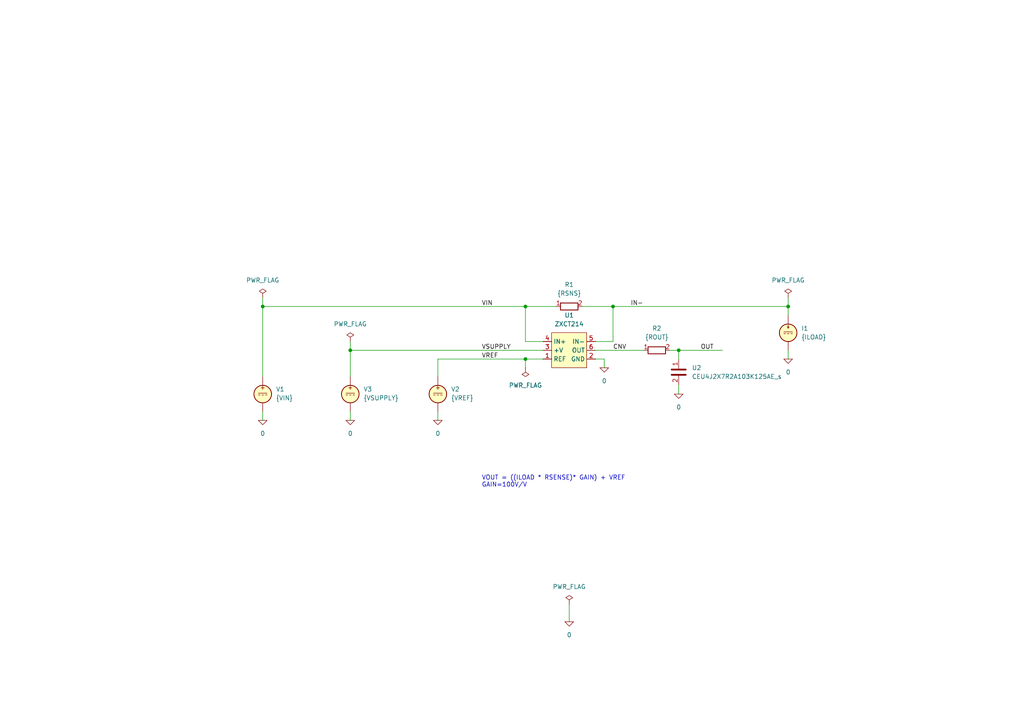
<source format=kicad_sch>
(kicad_sch
	(version 20250114)
	(generator "eeschema")
	(generator_version "9.0")
	(uuid "b10cda75-98ff-4126-971e-d9cdc59fc546")
	(paper "A4")
	(title_block
		(title "26V, Zero-Drift, High-Precision Current Monitor. 100V/V.")
		(date "2025-06-23")
		(rev "1")
		(company "astroelectronic@")
		(comment 1 "-")
		(comment 2 "-")
		(comment 3 "-")
		(comment 4 "AE01001214")
	)
	(lib_symbols
		(symbol "ZXCT214:0"
			(power)
			(pin_numbers
				(hide yes)
			)
			(pin_names
				(offset 0)
				(hide yes)
			)
			(exclude_from_sim no)
			(in_bom yes)
			(on_board yes)
			(property "Reference" "#GND"
				(at 0 -5.08 0)
				(effects
					(font
						(size 1.27 1.27)
					)
					(hide yes)
				)
			)
			(property "Value" "0"
				(at 0 -2.54 0)
				(effects
					(font
						(size 1.27 1.27)
					)
				)
			)
			(property "Footprint" ""
				(at 0 0 0)
				(effects
					(font
						(size 1.27 1.27)
					)
					(hide yes)
				)
			)
			(property "Datasheet" "https://ngspice.sourceforge.io/docs/ngspice-html-manual/manual.xhtml#subsec_Circuit_elements__device"
				(at 0 -10.16 0)
				(effects
					(font
						(size 1.27 1.27)
					)
					(hide yes)
				)
			)
			(property "Description" "0V reference potential for simulation"
				(at 0 -7.62 0)
				(effects
					(font
						(size 1.27 1.27)
					)
					(hide yes)
				)
			)
			(property "ki_keywords" "simulation"
				(at 0 0 0)
				(effects
					(font
						(size 1.27 1.27)
					)
					(hide yes)
				)
			)
			(symbol "0_0_1"
				(polyline
					(pts
						(xy -1.27 0) (xy 0 -1.27) (xy 1.27 0) (xy -1.27 0)
					)
					(stroke
						(width 0)
						(type default)
					)
					(fill
						(type none)
					)
				)
			)
			(symbol "0_1_1"
				(pin power_in line
					(at 0 0 0)
					(length 0)
					(name "~"
						(effects
							(font
								(size 1.016 1.016)
							)
						)
					)
					(number "1"
						(effects
							(font
								(size 1.016 1.016)
							)
						)
					)
				)
			)
			(embedded_fonts no)
		)
		(symbol "ZXCT214:C"
			(pin_names
				(offset 0.254)
				(hide yes)
			)
			(exclude_from_sim no)
			(in_bom yes)
			(on_board yes)
			(property "Reference" "C"
				(at 0.635 2.54 0)
				(effects
					(font
						(size 1.27 1.27)
					)
					(justify left)
				)
			)
			(property "Value" "C"
				(at 0.635 -2.54 0)
				(effects
					(font
						(size 1.27 1.27)
					)
					(justify left)
				)
			)
			(property "Footprint" ""
				(at 0.9652 -3.81 0)
				(effects
					(font
						(size 1.27 1.27)
					)
					(hide yes)
				)
			)
			(property "Datasheet" "~"
				(at 0 0 0)
				(effects
					(font
						(size 1.27 1.27)
					)
					(hide yes)
				)
			)
			(property "Description" "Unpolarized capacitor"
				(at 0 0 0)
				(effects
					(font
						(size 1.27 1.27)
					)
					(hide yes)
				)
			)
			(property "ki_keywords" "cap capacitor"
				(at 0 0 0)
				(effects
					(font
						(size 1.27 1.27)
					)
					(hide yes)
				)
			)
			(property "ki_fp_filters" "C_*"
				(at 0 0 0)
				(effects
					(font
						(size 1.27 1.27)
					)
					(hide yes)
				)
			)
			(symbol "C_0_1"
				(polyline
					(pts
						(xy -2.032 0.762) (xy 2.032 0.762)
					)
					(stroke
						(width 0.508)
						(type default)
					)
					(fill
						(type none)
					)
				)
				(polyline
					(pts
						(xy -2.032 -0.762) (xy 2.032 -0.762)
					)
					(stroke
						(width 0.508)
						(type default)
					)
					(fill
						(type none)
					)
				)
			)
			(symbol "C_1_1"
				(pin passive line
					(at 0 3.81 270)
					(length 2.794)
					(name "~"
						(effects
							(font
								(size 1.27 1.27)
							)
						)
					)
					(number "1"
						(effects
							(font
								(size 1.27 1.27)
							)
						)
					)
				)
				(pin passive line
					(at 0 -3.81 90)
					(length 2.794)
					(name "~"
						(effects
							(font
								(size 1.27 1.27)
							)
						)
					)
					(number "2"
						(effects
							(font
								(size 1.27 1.27)
							)
						)
					)
				)
			)
			(embedded_fonts no)
		)
		(symbol "ZXCT214:IDC"
			(pin_numbers
				(hide yes)
			)
			(pin_names
				(offset 0.0254)
			)
			(exclude_from_sim no)
			(in_bom yes)
			(on_board yes)
			(property "Reference" "I"
				(at 2.54 2.54 0)
				(effects
					(font
						(size 1.27 1.27)
					)
					(justify left)
				)
			)
			(property "Value" "1"
				(at 2.54 0 0)
				(effects
					(font
						(size 1.27 1.27)
					)
					(justify left)
				)
			)
			(property "Footprint" ""
				(at 0 0 0)
				(effects
					(font
						(size 1.27 1.27)
					)
					(hide yes)
				)
			)
			(property "Datasheet" "https://ngspice.sourceforge.io/docs/ngspice-html-manual/manual.xhtml#sec_Independent_Sources_for"
				(at 0 0 0)
				(effects
					(font
						(size 1.27 1.27)
					)
					(hide yes)
				)
			)
			(property "Description" "Current source, DC"
				(at 0 0 0)
				(effects
					(font
						(size 1.27 1.27)
					)
					(hide yes)
				)
			)
			(property "Sim.Pins" "1=+ 2=-"
				(at 0 0 0)
				(effects
					(font
						(size 1.27 1.27)
					)
					(hide yes)
				)
			)
			(property "Sim.Type" "DC"
				(at 0 0 0)
				(effects
					(font
						(size 1.27 1.27)
					)
					(hide yes)
				)
			)
			(property "Sim.Device" "I"
				(at 0 0 0)
				(effects
					(font
						(size 1.27 1.27)
					)
					(hide yes)
				)
			)
			(property "ki_keywords" "simulation"
				(at 0 0 0)
				(effects
					(font
						(size 1.27 1.27)
					)
					(hide yes)
				)
			)
			(symbol "IDC_0_0"
				(polyline
					(pts
						(xy -1.27 0.254) (xy 1.27 0.254)
					)
					(stroke
						(width 0)
						(type default)
					)
					(fill
						(type none)
					)
				)
				(polyline
					(pts
						(xy -0.762 -0.254) (xy -1.27 -0.254)
					)
					(stroke
						(width 0)
						(type default)
					)
					(fill
						(type none)
					)
				)
				(polyline
					(pts
						(xy 0.254 -0.254) (xy -0.254 -0.254)
					)
					(stroke
						(width 0)
						(type default)
					)
					(fill
						(type none)
					)
				)
				(polyline
					(pts
						(xy 1.27 -0.254) (xy 0.762 -0.254)
					)
					(stroke
						(width 0)
						(type default)
					)
					(fill
						(type none)
					)
				)
			)
			(symbol "IDC_0_1"
				(polyline
					(pts
						(xy -0.254 1.778) (xy 0 1.27) (xy 0.254 1.778)
					)
					(stroke
						(width 0)
						(type default)
					)
					(fill
						(type none)
					)
				)
				(polyline
					(pts
						(xy 0 1.27) (xy 0 2.286)
					)
					(stroke
						(width 0)
						(type default)
					)
					(fill
						(type none)
					)
				)
				(circle
					(center 0 0)
					(radius 2.54)
					(stroke
						(width 0.254)
						(type default)
					)
					(fill
						(type background)
					)
				)
			)
			(symbol "IDC_1_1"
				(pin passive line
					(at 0 5.08 270)
					(length 2.54)
					(name "~"
						(effects
							(font
								(size 1.27 1.27)
							)
						)
					)
					(number "1"
						(effects
							(font
								(size 1.27 1.27)
							)
						)
					)
				)
				(pin passive line
					(at 0 -5.08 90)
					(length 2.54)
					(name "~"
						(effects
							(font
								(size 1.27 1.27)
							)
						)
					)
					(number "2"
						(effects
							(font
								(size 1.27 1.27)
							)
						)
					)
				)
			)
			(embedded_fonts no)
		)
		(symbol "ZXCT214:PWR_FLAG"
			(power)
			(pin_numbers
				(hide yes)
			)
			(pin_names
				(offset 0)
				(hide yes)
			)
			(exclude_from_sim no)
			(in_bom yes)
			(on_board yes)
			(property "Reference" "#FLG"
				(at 0 1.905 0)
				(effects
					(font
						(size 1.27 1.27)
					)
					(hide yes)
				)
			)
			(property "Value" "PWR_FLAG"
				(at 0 3.81 0)
				(effects
					(font
						(size 1.27 1.27)
					)
				)
			)
			(property "Footprint" ""
				(at 0 0 0)
				(effects
					(font
						(size 1.27 1.27)
					)
					(hide yes)
				)
			)
			(property "Datasheet" "~"
				(at 0 0 0)
				(effects
					(font
						(size 1.27 1.27)
					)
					(hide yes)
				)
			)
			(property "Description" "Special symbol for telling ERC where power comes from"
				(at 0 0 0)
				(effects
					(font
						(size 1.27 1.27)
					)
					(hide yes)
				)
			)
			(property "ki_keywords" "flag power"
				(at 0 0 0)
				(effects
					(font
						(size 1.27 1.27)
					)
					(hide yes)
				)
			)
			(symbol "PWR_FLAG_0_0"
				(pin power_out line
					(at 0 0 90)
					(length 0)
					(name "~"
						(effects
							(font
								(size 1.27 1.27)
							)
						)
					)
					(number "1"
						(effects
							(font
								(size 1.27 1.27)
							)
						)
					)
				)
			)
			(symbol "PWR_FLAG_0_1"
				(polyline
					(pts
						(xy 0 0) (xy 0 1.27) (xy -1.016 1.905) (xy 0 2.54) (xy 1.016 1.905) (xy 0 1.27)
					)
					(stroke
						(width 0)
						(type default)
					)
					(fill
						(type none)
					)
				)
			)
			(embedded_fonts no)
		)
		(symbol "ZXCT214:R"
			(pin_names
				(offset 0)
				(hide yes)
			)
			(exclude_from_sim no)
			(in_bom yes)
			(on_board yes)
			(property "Reference" "R"
				(at 2.032 0 90)
				(effects
					(font
						(size 1.27 1.27)
					)
				)
			)
			(property "Value" "R"
				(at 0 0 90)
				(effects
					(font
						(size 1.27 1.27)
					)
				)
			)
			(property "Footprint" ""
				(at -1.778 0 90)
				(effects
					(font
						(size 1.27 1.27)
					)
					(hide yes)
				)
			)
			(property "Datasheet" "~"
				(at 0 0 0)
				(effects
					(font
						(size 1.27 1.27)
					)
					(hide yes)
				)
			)
			(property "Description" "Resistor"
				(at 0 0 0)
				(effects
					(font
						(size 1.27 1.27)
					)
					(hide yes)
				)
			)
			(property "ki_keywords" "R res resistor"
				(at 0 0 0)
				(effects
					(font
						(size 1.27 1.27)
					)
					(hide yes)
				)
			)
			(property "ki_fp_filters" "R_*"
				(at 0 0 0)
				(effects
					(font
						(size 1.27 1.27)
					)
					(hide yes)
				)
			)
			(symbol "R_0_1"
				(rectangle
					(start -1.016 -2.54)
					(end 1.016 2.54)
					(stroke
						(width 0.254)
						(type default)
					)
					(fill
						(type none)
					)
				)
			)
			(symbol "R_1_1"
				(pin passive line
					(at 0 3.81 270)
					(length 1.27)
					(name "~"
						(effects
							(font
								(size 1.27 1.27)
							)
						)
					)
					(number "1"
						(effects
							(font
								(size 1.27 1.27)
							)
						)
					)
				)
				(pin passive line
					(at 0 -3.81 90)
					(length 1.27)
					(name "~"
						(effects
							(font
								(size 1.27 1.27)
							)
						)
					)
					(number "2"
						(effects
							(font
								(size 1.27 1.27)
							)
						)
					)
				)
			)
			(embedded_fonts no)
		)
		(symbol "ZXCT214:VDC"
			(pin_numbers
				(hide yes)
			)
			(pin_names
				(offset 0.0254)
			)
			(exclude_from_sim no)
			(in_bom yes)
			(on_board yes)
			(property "Reference" "V"
				(at 2.54 2.54 0)
				(effects
					(font
						(size 1.27 1.27)
					)
					(justify left)
				)
			)
			(property "Value" "1"
				(at 2.54 0 0)
				(effects
					(font
						(size 1.27 1.27)
					)
					(justify left)
				)
			)
			(property "Footprint" ""
				(at 0 0 0)
				(effects
					(font
						(size 1.27 1.27)
					)
					(hide yes)
				)
			)
			(property "Datasheet" "https://ngspice.sourceforge.io/docs/ngspice-html-manual/manual.xhtml#sec_Independent_Sources_for"
				(at 0 0 0)
				(effects
					(font
						(size 1.27 1.27)
					)
					(hide yes)
				)
			)
			(property "Description" "Voltage source, DC"
				(at 0 0 0)
				(effects
					(font
						(size 1.27 1.27)
					)
					(hide yes)
				)
			)
			(property "Sim.Pins" "1=+ 2=-"
				(at 0 0 0)
				(effects
					(font
						(size 1.27 1.27)
					)
					(hide yes)
				)
			)
			(property "Sim.Type" "DC"
				(at 0 0 0)
				(effects
					(font
						(size 1.27 1.27)
					)
					(hide yes)
				)
			)
			(property "Sim.Device" "V"
				(at 0 0 0)
				(effects
					(font
						(size 1.27 1.27)
					)
					(justify left)
					(hide yes)
				)
			)
			(property "ki_keywords" "simulation"
				(at 0 0 0)
				(effects
					(font
						(size 1.27 1.27)
					)
					(hide yes)
				)
			)
			(symbol "VDC_0_0"
				(polyline
					(pts
						(xy -1.27 0.254) (xy 1.27 0.254)
					)
					(stroke
						(width 0)
						(type default)
					)
					(fill
						(type none)
					)
				)
				(polyline
					(pts
						(xy -0.762 -0.254) (xy -1.27 -0.254)
					)
					(stroke
						(width 0)
						(type default)
					)
					(fill
						(type none)
					)
				)
				(polyline
					(pts
						(xy 0.254 -0.254) (xy -0.254 -0.254)
					)
					(stroke
						(width 0)
						(type default)
					)
					(fill
						(type none)
					)
				)
				(polyline
					(pts
						(xy 1.27 -0.254) (xy 0.762 -0.254)
					)
					(stroke
						(width 0)
						(type default)
					)
					(fill
						(type none)
					)
				)
				(text "+"
					(at 0 1.905 0)
					(effects
						(font
							(size 1.27 1.27)
						)
					)
				)
			)
			(symbol "VDC_0_1"
				(circle
					(center 0 0)
					(radius 2.54)
					(stroke
						(width 0.254)
						(type default)
					)
					(fill
						(type background)
					)
				)
			)
			(symbol "VDC_1_1"
				(pin passive line
					(at 0 5.08 270)
					(length 2.54)
					(name "~"
						(effects
							(font
								(size 1.27 1.27)
							)
						)
					)
					(number "1"
						(effects
							(font
								(size 1.27 1.27)
							)
						)
					)
				)
				(pin passive line
					(at 0 -5.08 90)
					(length 2.54)
					(name "~"
						(effects
							(font
								(size 1.27 1.27)
							)
						)
					)
					(number "2"
						(effects
							(font
								(size 1.27 1.27)
							)
						)
					)
				)
			)
			(embedded_fonts no)
		)
		(symbol "ZXCT214:ZXCT214"
			(exclude_from_sim no)
			(in_bom yes)
			(on_board yes)
			(property "Reference" "U"
				(at 0 8.636 0)
				(effects
					(font
						(size 1.27 1.27)
					)
				)
			)
			(property "Value" "ZXCT214"
				(at 0 6.35 0)
				(effects
					(font
						(size 1.27 1.27)
					)
				)
			)
			(property "Footprint" ""
				(at 0 0 0)
				(effects
					(font
						(size 1.27 1.27)
					)
					(hide yes)
				)
			)
			(property "Datasheet" ""
				(at 0 0 0)
				(effects
					(font
						(size 1.27 1.27)
					)
					(hide yes)
				)
			)
			(property "Description" ""
				(at 0 0 0)
				(effects
					(font
						(size 1.27 1.27)
					)
					(hide yes)
				)
			)
			(symbol "ZXCT214_1_1"
				(rectangle
					(start -5.08 5.08)
					(end 5.08 -5.08)
					(stroke
						(width 0)
						(type solid)
					)
					(fill
						(type background)
					)
				)
				(pin passive line
					(at -7.62 2.54 0)
					(length 2.54)
					(name "IN+"
						(effects
							(font
								(size 1.27 1.27)
							)
						)
					)
					(number "4"
						(effects
							(font
								(size 1.27 1.27)
							)
						)
					)
				)
				(pin passive line
					(at -7.62 0 0)
					(length 2.54)
					(name "+V"
						(effects
							(font
								(size 1.27 1.27)
							)
						)
					)
					(number "3"
						(effects
							(font
								(size 1.27 1.27)
							)
						)
					)
				)
				(pin passive line
					(at -7.62 -2.54 0)
					(length 2.54)
					(name "REF"
						(effects
							(font
								(size 1.27 1.27)
							)
						)
					)
					(number "1"
						(effects
							(font
								(size 1.27 1.27)
							)
						)
					)
				)
				(pin passive line
					(at 7.62 2.54 180)
					(length 2.54)
					(name "IN-"
						(effects
							(font
								(size 1.27 1.27)
							)
						)
					)
					(number "5"
						(effects
							(font
								(size 1.27 1.27)
							)
						)
					)
				)
				(pin passive line
					(at 7.62 0 180)
					(length 2.54)
					(name "OUT"
						(effects
							(font
								(size 1.27 1.27)
							)
						)
					)
					(number "6"
						(effects
							(font
								(size 1.27 1.27)
							)
						)
					)
				)
				(pin passive line
					(at 7.62 -2.54 180)
					(length 2.54)
					(name "GND"
						(effects
							(font
								(size 1.27 1.27)
							)
						)
					)
					(number "2"
						(effects
							(font
								(size 1.27 1.27)
							)
						)
					)
				)
			)
			(embedded_fonts no)
		)
	)
	(text "VOUT = ((ILOAD * RSENSE)* GAIN) + VREF\nGAIN=100V/V"
		(exclude_from_sim no)
		(at 139.7 139.7 0)
		(effects
			(font
				(size 1.27 1.27)
			)
			(justify left)
		)
		(uuid "32190139-9346-48ec-80e8-74f9715548f5")
	)
	(junction
		(at 152.4 88.9)
		(diameter 0)
		(color 0 0 0 0)
		(uuid "05f5fa8b-e3c2-43b5-bb9c-5606322d4cec")
	)
	(junction
		(at 177.8 88.9)
		(diameter 0)
		(color 0 0 0 0)
		(uuid "3061378b-57d8-403e-9005-0ec59eeda647")
	)
	(junction
		(at 101.6 101.6)
		(diameter 0)
		(color 0 0 0 0)
		(uuid "4bd50eb9-7ec9-46bc-806c-75324f2646be")
	)
	(junction
		(at 228.6 88.9)
		(diameter 0)
		(color 0 0 0 0)
		(uuid "593036da-e0a4-427a-8694-8ed72d686b41")
	)
	(junction
		(at 152.4 104.14)
		(diameter 0)
		(color 0 0 0 0)
		(uuid "8fe23411-bd6c-46c9-af8a-ac37c8497e0e")
	)
	(junction
		(at 76.2 88.9)
		(diameter 0)
		(color 0 0 0 0)
		(uuid "c3498554-904a-44d5-912e-23ab067f4575")
	)
	(junction
		(at 196.85 101.6)
		(diameter 0)
		(color 0 0 0 0)
		(uuid "e3228553-537a-418f-aef0-a77f1ffff459")
	)
	(wire
		(pts
			(xy 152.4 104.14) (xy 152.4 106.68)
		)
		(stroke
			(width 0)
			(type default)
		)
		(uuid "02591483-809a-4ddc-92a1-259eb8c11b5d")
	)
	(wire
		(pts
			(xy 152.4 88.9) (xy 161.29 88.9)
		)
		(stroke
			(width 0)
			(type default)
		)
		(uuid "03c84f9c-133e-428e-ae87-af11a3b4dc4f")
	)
	(wire
		(pts
			(xy 177.8 88.9) (xy 228.6 88.9)
		)
		(stroke
			(width 0)
			(type default)
		)
		(uuid "05bbd650-964d-4358-bc39-c6ccded620b5")
	)
	(wire
		(pts
			(xy 194.31 101.6) (xy 196.85 101.6)
		)
		(stroke
			(width 0)
			(type default)
		)
		(uuid "10a3a265-5f9b-4c8c-8f80-49fdede9d529")
	)
	(wire
		(pts
			(xy 152.4 99.06) (xy 152.4 88.9)
		)
		(stroke
			(width 0)
			(type default)
		)
		(uuid "338342d6-c8ae-4443-8858-c2d9c9f0e500")
	)
	(wire
		(pts
			(xy 101.6 119.38) (xy 101.6 121.92)
		)
		(stroke
			(width 0)
			(type default)
		)
		(uuid "33835af5-03cf-41a4-9436-318d7ad102f8")
	)
	(wire
		(pts
			(xy 76.2 88.9) (xy 152.4 88.9)
		)
		(stroke
			(width 0)
			(type default)
		)
		(uuid "48398e03-d1ca-499e-9adb-c385c1c3fdf3")
	)
	(wire
		(pts
			(xy 76.2 86.36) (xy 76.2 88.9)
		)
		(stroke
			(width 0)
			(type default)
		)
		(uuid "54a513ce-9e9e-4380-9a94-72e0efea3ad2")
	)
	(wire
		(pts
			(xy 175.26 104.14) (xy 172.72 104.14)
		)
		(stroke
			(width 0)
			(type default)
		)
		(uuid "642b2e20-926e-4a6e-8d4f-fb2268b96c06")
	)
	(wire
		(pts
			(xy 165.1 175.26) (xy 165.1 180.34)
		)
		(stroke
			(width 0)
			(type default)
		)
		(uuid "691460c4-f53d-4b84-9eb9-693eab82a5e4")
	)
	(wire
		(pts
			(xy 177.8 88.9) (xy 168.91 88.9)
		)
		(stroke
			(width 0)
			(type default)
		)
		(uuid "6aa1893e-92df-4500-b20b-5d17fd34275f")
	)
	(wire
		(pts
			(xy 175.26 106.68) (xy 175.26 104.14)
		)
		(stroke
			(width 0)
			(type default)
		)
		(uuid "6df19bb0-e67a-4bfc-b3ce-0cf73c1e6e29")
	)
	(wire
		(pts
			(xy 172.72 101.6) (xy 186.69 101.6)
		)
		(stroke
			(width 0)
			(type default)
		)
		(uuid "7a80895b-a6fa-48ef-9d4c-75a68d1e76e5")
	)
	(wire
		(pts
			(xy 101.6 101.6) (xy 101.6 109.22)
		)
		(stroke
			(width 0)
			(type default)
		)
		(uuid "84c19dd6-f25f-4ee5-9071-b53a7d91d007")
	)
	(wire
		(pts
			(xy 101.6 99.06) (xy 101.6 101.6)
		)
		(stroke
			(width 0)
			(type default)
		)
		(uuid "92da77ef-b54c-4755-837b-fbccbc32fa31")
	)
	(wire
		(pts
			(xy 76.2 88.9) (xy 76.2 109.22)
		)
		(stroke
			(width 0)
			(type default)
		)
		(uuid "9fed703a-e0f8-40e3-96e3-5b8bd4842798")
	)
	(wire
		(pts
			(xy 196.85 111.76) (xy 196.85 114.3)
		)
		(stroke
			(width 0)
			(type default)
		)
		(uuid "a8875471-f791-4106-88a0-c1eca36f831d")
	)
	(wire
		(pts
			(xy 127 104.14) (xy 127 109.22)
		)
		(stroke
			(width 0)
			(type default)
		)
		(uuid "acc242d9-0a24-41ce-9266-9822786ba9d3")
	)
	(wire
		(pts
			(xy 177.8 99.06) (xy 177.8 88.9)
		)
		(stroke
			(width 0)
			(type default)
		)
		(uuid "b2fcdbdf-0503-4540-9bc1-54e77ec5e746")
	)
	(wire
		(pts
			(xy 101.6 101.6) (xy 157.48 101.6)
		)
		(stroke
			(width 0)
			(type default)
		)
		(uuid "b37d0c79-792f-4d37-aec0-214b6e31b2c9")
	)
	(wire
		(pts
			(xy 172.72 99.06) (xy 177.8 99.06)
		)
		(stroke
			(width 0)
			(type default)
		)
		(uuid "bebaa239-2bdd-43b4-accf-af7eea4aa468")
	)
	(wire
		(pts
			(xy 157.48 99.06) (xy 152.4 99.06)
		)
		(stroke
			(width 0)
			(type default)
		)
		(uuid "beedc95f-ab67-4d65-8b81-44c92062d275")
	)
	(wire
		(pts
			(xy 127 119.38) (xy 127 121.92)
		)
		(stroke
			(width 0)
			(type default)
		)
		(uuid "bfe83694-dab5-4373-ac02-8d9a4cf5d286")
	)
	(wire
		(pts
			(xy 76.2 119.38) (xy 76.2 121.92)
		)
		(stroke
			(width 0)
			(type default)
		)
		(uuid "c0438b88-8253-44ac-ba6f-e6efbd3c9cdb")
	)
	(wire
		(pts
			(xy 127 104.14) (xy 152.4 104.14)
		)
		(stroke
			(width 0)
			(type default)
		)
		(uuid "c0714c90-59c9-467f-b282-2393775d9d05")
	)
	(wire
		(pts
			(xy 228.6 88.9) (xy 228.6 91.44)
		)
		(stroke
			(width 0)
			(type default)
		)
		(uuid "c2050cba-1f02-4d0b-9054-d75209a7ba4a")
	)
	(wire
		(pts
			(xy 228.6 86.36) (xy 228.6 88.9)
		)
		(stroke
			(width 0)
			(type default)
		)
		(uuid "c93767b8-0b08-4fda-9d51-cd5b795fdc08")
	)
	(wire
		(pts
			(xy 228.6 101.6) (xy 228.6 104.14)
		)
		(stroke
			(width 0)
			(type default)
		)
		(uuid "c9ddccae-33c1-43b7-bf23-b3cba30da85a")
	)
	(wire
		(pts
			(xy 152.4 104.14) (xy 157.48 104.14)
		)
		(stroke
			(width 0)
			(type default)
		)
		(uuid "d4825306-6e6e-4c72-b58f-f9622c56a873")
	)
	(wire
		(pts
			(xy 196.85 101.6) (xy 209.55 101.6)
		)
		(stroke
			(width 0)
			(type default)
		)
		(uuid "e03e11d9-e8fb-4870-9dbf-47cf838eadc5")
	)
	(wire
		(pts
			(xy 196.85 101.6) (xy 196.85 104.14)
		)
		(stroke
			(width 0)
			(type default)
		)
		(uuid "e9b3f6e2-56af-4239-819d-db4c06bce176")
	)
	(label "OUT"
		(at 203.2 101.6 0)
		(effects
			(font
				(size 1.27 1.27)
			)
			(justify left bottom)
		)
		(uuid "4de11532-cafd-430e-80db-ec7b8da8961c")
	)
	(label "VREF"
		(at 139.7 104.14 0)
		(effects
			(font
				(size 1.27 1.27)
			)
			(justify left bottom)
		)
		(uuid "5c506709-82fd-4360-8c10-f9e06ce762d9")
	)
	(label "CNV"
		(at 177.8 101.6 0)
		(effects
			(font
				(size 1.27 1.27)
			)
			(justify left bottom)
		)
		(uuid "c9ea141a-e93f-4d41-b9f1-2aaa55a8f702")
	)
	(label "IN-"
		(at 182.88 88.9 0)
		(effects
			(font
				(size 1.27 1.27)
			)
			(justify left bottom)
		)
		(uuid "cfba8350-c58e-4cdd-81e6-7c72b7f34d0c")
	)
	(label "VSUPPLY"
		(at 139.7 101.6 0)
		(effects
			(font
				(size 1.27 1.27)
			)
			(justify left bottom)
		)
		(uuid "ea85e721-1488-42ec-97d9-fea78fd6716e")
	)
	(label "VIN"
		(at 139.7 88.9 0)
		(effects
			(font
				(size 1.27 1.27)
			)
			(justify left bottom)
		)
		(uuid "f2386f80-6560-4bc9-a0b6-cd91769348c7")
	)
	(symbol
		(lib_id "ZXCT214:R")
		(at 165.1 88.9 90)
		(unit 1)
		(exclude_from_sim no)
		(in_bom yes)
		(on_board yes)
		(dnp no)
		(fields_autoplaced yes)
		(uuid "0c7cd91c-c0e7-4c64-adc8-61d938c1cda4")
		(property "Reference" "R1"
			(at 165.1 82.55 90)
			(effects
				(font
					(size 1.27 1.27)
				)
			)
		)
		(property "Value" "{RSNS}"
			(at 165.1 85.09 90)
			(effects
				(font
					(size 1.27 1.27)
				)
			)
		)
		(property "Footprint" ""
			(at 165.1 90.678 90)
			(effects
				(font
					(size 1.27 1.27)
				)
				(hide yes)
			)
		)
		(property "Datasheet" "~"
			(at 165.1 88.9 0)
			(effects
				(font
					(size 1.27 1.27)
				)
				(hide yes)
			)
		)
		(property "Description" "Resistor"
			(at 165.1 88.9 0)
			(effects
				(font
					(size 1.27 1.27)
				)
				(hide yes)
			)
		)
		(pin "2"
			(uuid "f3f21b90-08da-4eb0-bd89-61f241db5ebd")
		)
		(pin "1"
			(uuid "c0e3f967-b0f6-46f1-a443-dc201580d94e")
		)
		(instances
			(project "ZXCT214"
				(path "/b10cda75-98ff-4126-971e-d9cdc59fc546"
					(reference "R1")
					(unit 1)
				)
			)
		)
	)
	(symbol
		(lib_id "ZXCT214:0")
		(at 175.26 106.68 0)
		(unit 1)
		(exclude_from_sim no)
		(in_bom yes)
		(on_board yes)
		(dnp no)
		(fields_autoplaced yes)
		(uuid "1131f058-b6cd-40f2-aa93-900d693e5a89")
		(property "Reference" "#GND03"
			(at 175.26 111.76 0)
			(effects
				(font
					(size 1.27 1.27)
				)
				(hide yes)
			)
		)
		(property "Value" "0"
			(at 175.26 110.49 0)
			(effects
				(font
					(size 1.27 1.27)
				)
			)
		)
		(property "Footprint" ""
			(at 175.26 106.68 0)
			(effects
				(font
					(size 1.27 1.27)
				)
				(hide yes)
			)
		)
		(property "Datasheet" "https://ngspice.sourceforge.io/docs/ngspice-html-manual/manual.xhtml#subsec_Circuit_elements__device"
			(at 175.26 116.84 0)
			(effects
				(font
					(size 1.27 1.27)
				)
				(hide yes)
			)
		)
		(property "Description" "0V reference potential for simulation"
			(at 175.26 114.3 0)
			(effects
				(font
					(size 1.27 1.27)
				)
				(hide yes)
			)
		)
		(pin "1"
			(uuid "98fc72b7-5733-4bb5-b7ae-146d94d91e07")
		)
		(instances
			(project "ZXCT214"
				(path "/b10cda75-98ff-4126-971e-d9cdc59fc546"
					(reference "#GND03")
					(unit 1)
				)
			)
		)
	)
	(symbol
		(lib_id "ZXCT214:VDC")
		(at 101.6 114.3 0)
		(unit 1)
		(exclude_from_sim no)
		(in_bom yes)
		(on_board yes)
		(dnp no)
		(fields_autoplaced yes)
		(uuid "305af13e-e1c2-412b-ad8f-1e8c021c7630")
		(property "Reference" "V3"
			(at 105.41 112.9001 0)
			(effects
				(font
					(size 1.27 1.27)
				)
				(justify left)
			)
		)
		(property "Value" "{VSUPPLY}"
			(at 105.41 115.4401 0)
			(effects
				(font
					(size 1.27 1.27)
				)
				(justify left)
			)
		)
		(property "Footprint" ""
			(at 101.6 114.3 0)
			(effects
				(font
					(size 1.27 1.27)
				)
				(hide yes)
			)
		)
		(property "Datasheet" "https://ngspice.sourceforge.io/docs/ngspice-html-manual/manual.xhtml#sec_Independent_Sources_for"
			(at 101.6 114.3 0)
			(effects
				(font
					(size 1.27 1.27)
				)
				(hide yes)
			)
		)
		(property "Description" "Voltage source, DC"
			(at 101.6 114.3 0)
			(effects
				(font
					(size 1.27 1.27)
				)
				(hide yes)
			)
		)
		(property "Sim.Pins" "1=+ 2=-"
			(at 101.6 114.3 0)
			(effects
				(font
					(size 1.27 1.27)
				)
				(hide yes)
			)
		)
		(property "Sim.Type" "DC"
			(at 101.6 114.3 0)
			(effects
				(font
					(size 1.27 1.27)
				)
				(hide yes)
			)
		)
		(property "Sim.Device" "V"
			(at 101.6 114.3 0)
			(effects
				(font
					(size 1.27 1.27)
				)
				(justify left)
				(hide yes)
			)
		)
		(pin "1"
			(uuid "3ac4f2dd-88d2-4d82-a1be-5bf43375448a")
		)
		(pin "2"
			(uuid "e93c9aef-7d62-43a0-81c0-7536d160ee4d")
		)
		(instances
			(project "ZXCT214"
				(path "/b10cda75-98ff-4126-971e-d9cdc59fc546"
					(reference "V3")
					(unit 1)
				)
			)
		)
	)
	(symbol
		(lib_id "ZXCT214:R")
		(at 190.5 101.6 90)
		(unit 1)
		(exclude_from_sim no)
		(in_bom yes)
		(on_board yes)
		(dnp no)
		(fields_autoplaced yes)
		(uuid "433e41b9-94f5-4a9a-ab82-c3426a2f00d5")
		(property "Reference" "R2"
			(at 190.5 95.25 90)
			(effects
				(font
					(size 1.27 1.27)
				)
			)
		)
		(property "Value" "{ROUT}"
			(at 190.5 97.79 90)
			(effects
				(font
					(size 1.27 1.27)
				)
			)
		)
		(property "Footprint" ""
			(at 190.5 103.378 90)
			(effects
				(font
					(size 1.27 1.27)
				)
				(hide yes)
			)
		)
		(property "Datasheet" "~"
			(at 190.5 101.6 0)
			(effects
				(font
					(size 1.27 1.27)
				)
				(hide yes)
			)
		)
		(property "Description" "Resistor"
			(at 190.5 101.6 0)
			(effects
				(font
					(size 1.27 1.27)
				)
				(hide yes)
			)
		)
		(pin "1"
			(uuid "1ff46e8e-c297-454c-b2c3-e485f03ec0e0")
		)
		(pin "2"
			(uuid "22080368-1c3f-47a2-b5af-be61e27138ec")
		)
		(instances
			(project "ZXCT214"
				(path "/b10cda75-98ff-4126-971e-d9cdc59fc546"
					(reference "R2")
					(unit 1)
				)
			)
		)
	)
	(symbol
		(lib_id "ZXCT214:VDC")
		(at 127 114.3 0)
		(unit 1)
		(exclude_from_sim no)
		(in_bom yes)
		(on_board yes)
		(dnp no)
		(fields_autoplaced yes)
		(uuid "50c67927-cf69-4f2d-8485-0d6ab0f6578c")
		(property "Reference" "V2"
			(at 130.81 112.9001 0)
			(effects
				(font
					(size 1.27 1.27)
				)
				(justify left)
			)
		)
		(property "Value" "{VREF}"
			(at 130.81 115.4401 0)
			(effects
				(font
					(size 1.27 1.27)
				)
				(justify left)
			)
		)
		(property "Footprint" ""
			(at 127 114.3 0)
			(effects
				(font
					(size 1.27 1.27)
				)
				(hide yes)
			)
		)
		(property "Datasheet" "https://ngspice.sourceforge.io/docs/ngspice-html-manual/manual.xhtml#sec_Independent_Sources_for"
			(at 127 114.3 0)
			(effects
				(font
					(size 1.27 1.27)
				)
				(hide yes)
			)
		)
		(property "Description" "Voltage source, DC"
			(at 127 114.3 0)
			(effects
				(font
					(size 1.27 1.27)
				)
				(hide yes)
			)
		)
		(property "Sim.Pins" "1=+ 2=-"
			(at 127 114.3 0)
			(effects
				(font
					(size 1.27 1.27)
				)
				(hide yes)
			)
		)
		(property "Sim.Type" "DC"
			(at 127 114.3 0)
			(effects
				(font
					(size 1.27 1.27)
				)
				(hide yes)
			)
		)
		(property "Sim.Device" "V"
			(at 127 114.3 0)
			(effects
				(font
					(size 1.27 1.27)
				)
				(justify left)
				(hide yes)
			)
		)
		(pin "1"
			(uuid "3629ff4d-9bb1-48b4-be7f-b29f72b47046")
		)
		(pin "2"
			(uuid "eaf1f530-9dd1-4817-9fc2-1e9bc2d70c3a")
		)
		(instances
			(project "ZXCT214"
				(path "/b10cda75-98ff-4126-971e-d9cdc59fc546"
					(reference "V2")
					(unit 1)
				)
			)
		)
	)
	(symbol
		(lib_id "ZXCT214:C")
		(at 196.85 107.95 0)
		(unit 1)
		(exclude_from_sim no)
		(in_bom yes)
		(on_board yes)
		(dnp no)
		(fields_autoplaced yes)
		(uuid "55e7f736-2a84-4b0b-ad25-6cf0456dd4be")
		(property "Reference" "U2"
			(at 200.66 106.6799 0)
			(effects
				(font
					(size 1.27 1.27)
				)
				(justify left)
			)
		)
		(property "Value" "CEU4J2X7R2A103K125AE_s"
			(at 200.66 109.2199 0)
			(effects
				(font
					(size 1.27 1.27)
				)
				(justify left)
			)
		)
		(property "Footprint" ""
			(at 197.8152 111.76 0)
			(effects
				(font
					(size 1.27 1.27)
				)
				(hide yes)
			)
		)
		(property "Datasheet" "~"
			(at 196.85 107.95 0)
			(effects
				(font
					(size 1.27 1.27)
				)
				(hide yes)
			)
		)
		(property "Description" "Unpolarized capacitor"
			(at 196.85 107.95 0)
			(effects
				(font
					(size 1.27 1.27)
				)
				(hide yes)
			)
		)
		(property "Sim.Library" "CEU4J2X7R2A103K125AE_s.mod"
			(at 196.85 107.95 0)
			(effects
				(font
					(size 1.27 1.27)
				)
				(hide yes)
			)
		)
		(property "Sim.Name" "CEU4J2X7R2A103K125AE_s"
			(at 196.85 107.95 0)
			(effects
				(font
					(size 1.27 1.27)
				)
				(hide yes)
			)
		)
		(property "Sim.Device" "SUBCKT"
			(at 196.85 107.95 0)
			(effects
				(font
					(size 1.27 1.27)
				)
				(hide yes)
			)
		)
		(property "Sim.Pins" "1=n1 2=n2"
			(at 196.85 107.95 0)
			(effects
				(font
					(size 1.27 1.27)
				)
				(hide yes)
			)
		)
		(pin "1"
			(uuid "fb4d61ac-2e94-4233-8fd0-3d38e63a5754")
		)
		(pin "2"
			(uuid "01176ea5-5ba5-47ac-ac91-9a04e60d24de")
		)
		(instances
			(project "ZXCT214"
				(path "/b10cda75-98ff-4126-971e-d9cdc59fc546"
					(reference "U2")
					(unit 1)
				)
			)
		)
	)
	(symbol
		(lib_id "ZXCT214:PWR_FLAG")
		(at 101.6 99.06 0)
		(unit 1)
		(exclude_from_sim no)
		(in_bom yes)
		(on_board yes)
		(dnp no)
		(fields_autoplaced yes)
		(uuid "5d763938-ae1d-443c-8a6d-f7a0d87cbf62")
		(property "Reference" "#FLG02"
			(at 101.6 97.155 0)
			(effects
				(font
					(size 1.27 1.27)
				)
				(hide yes)
			)
		)
		(property "Value" "PWR_FLAG"
			(at 101.6 93.98 0)
			(effects
				(font
					(size 1.27 1.27)
				)
			)
		)
		(property "Footprint" ""
			(at 101.6 99.06 0)
			(effects
				(font
					(size 1.27 1.27)
				)
				(hide yes)
			)
		)
		(property "Datasheet" "~"
			(at 101.6 99.06 0)
			(effects
				(font
					(size 1.27 1.27)
				)
				(hide yes)
			)
		)
		(property "Description" "Special symbol for telling ERC where power comes from"
			(at 101.6 99.06 0)
			(effects
				(font
					(size 1.27 1.27)
				)
				(hide yes)
			)
		)
		(pin "1"
			(uuid "0475346e-99e2-428b-a6aa-b630ac36b211")
		)
		(instances
			(project "ZXCT214"
				(path "/b10cda75-98ff-4126-971e-d9cdc59fc546"
					(reference "#FLG02")
					(unit 1)
				)
			)
		)
	)
	(symbol
		(lib_id "ZXCT214:PWR_FLAG")
		(at 76.2 86.36 0)
		(unit 1)
		(exclude_from_sim no)
		(in_bom yes)
		(on_board yes)
		(dnp no)
		(fields_autoplaced yes)
		(uuid "6877cbd2-0b70-439d-a6ff-e01fbea1df65")
		(property "Reference" "#FLG01"
			(at 76.2 84.455 0)
			(effects
				(font
					(size 1.27 1.27)
				)
				(hide yes)
			)
		)
		(property "Value" "PWR_FLAG"
			(at 76.2 81.28 0)
			(effects
				(font
					(size 1.27 1.27)
				)
			)
		)
		(property "Footprint" ""
			(at 76.2 86.36 0)
			(effects
				(font
					(size 1.27 1.27)
				)
				(hide yes)
			)
		)
		(property "Datasheet" "~"
			(at 76.2 86.36 0)
			(effects
				(font
					(size 1.27 1.27)
				)
				(hide yes)
			)
		)
		(property "Description" "Special symbol for telling ERC where power comes from"
			(at 76.2 86.36 0)
			(effects
				(font
					(size 1.27 1.27)
				)
				(hide yes)
			)
		)
		(pin "1"
			(uuid "a52d5aaf-619d-4e0b-97c7-a1df07ce4ba8")
		)
		(instances
			(project "ZXCT214"
				(path "/b10cda75-98ff-4126-971e-d9cdc59fc546"
					(reference "#FLG01")
					(unit 1)
				)
			)
		)
	)
	(symbol
		(lib_id "ZXCT214:PWR_FLAG")
		(at 152.4 106.68 180)
		(unit 1)
		(exclude_from_sim no)
		(in_bom yes)
		(on_board yes)
		(dnp no)
		(fields_autoplaced yes)
		(uuid "6a26bc85-c794-42d7-a6ae-e554ab194063")
		(property "Reference" "#FLG05"
			(at 152.4 108.585 0)
			(effects
				(font
					(size 1.27 1.27)
				)
				(hide yes)
			)
		)
		(property "Value" "PWR_FLAG"
			(at 152.4 111.76 0)
			(effects
				(font
					(size 1.27 1.27)
				)
			)
		)
		(property "Footprint" ""
			(at 152.4 106.68 0)
			(effects
				(font
					(size 1.27 1.27)
				)
				(hide yes)
			)
		)
		(property "Datasheet" "~"
			(at 152.4 106.68 0)
			(effects
				(font
					(size 1.27 1.27)
				)
				(hide yes)
			)
		)
		(property "Description" "Special symbol for telling ERC where power comes from"
			(at 152.4 106.68 0)
			(effects
				(font
					(size 1.27 1.27)
				)
				(hide yes)
			)
		)
		(pin "1"
			(uuid "a48912e4-6956-42e0-bcf6-aea1a40b50c5")
		)
		(instances
			(project "ZXCT214"
				(path "/b10cda75-98ff-4126-971e-d9cdc59fc546"
					(reference "#FLG05")
					(unit 1)
				)
			)
		)
	)
	(symbol
		(lib_id "ZXCT214:PWR_FLAG")
		(at 228.6 86.36 0)
		(unit 1)
		(exclude_from_sim no)
		(in_bom yes)
		(on_board yes)
		(dnp no)
		(fields_autoplaced yes)
		(uuid "84ec9ae9-f4ff-4fc5-8167-4e7e207982e6")
		(property "Reference" "#FLG04"
			(at 228.6 84.455 0)
			(effects
				(font
					(size 1.27 1.27)
				)
				(hide yes)
			)
		)
		(property "Value" "PWR_FLAG"
			(at 228.6 81.28 0)
			(effects
				(font
					(size 1.27 1.27)
				)
			)
		)
		(property "Footprint" ""
			(at 228.6 86.36 0)
			(effects
				(font
					(size 1.27 1.27)
				)
				(hide yes)
			)
		)
		(property "Datasheet" "~"
			(at 228.6 86.36 0)
			(effects
				(font
					(size 1.27 1.27)
				)
				(hide yes)
			)
		)
		(property "Description" "Special symbol for telling ERC where power comes from"
			(at 228.6 86.36 0)
			(effects
				(font
					(size 1.27 1.27)
				)
				(hide yes)
			)
		)
		(pin "1"
			(uuid "bedce9d3-0ab1-4ef6-8b89-630468c5f933")
		)
		(instances
			(project "ZXCT214"
				(path "/b10cda75-98ff-4126-971e-d9cdc59fc546"
					(reference "#FLG04")
					(unit 1)
				)
			)
		)
	)
	(symbol
		(lib_id "ZXCT214:VDC")
		(at 76.2 114.3 0)
		(unit 1)
		(exclude_from_sim no)
		(in_bom yes)
		(on_board yes)
		(dnp no)
		(fields_autoplaced yes)
		(uuid "a39be161-e283-4196-a761-7f9aa1ceea86")
		(property "Reference" "V1"
			(at 80.01 112.9001 0)
			(effects
				(font
					(size 1.27 1.27)
				)
				(justify left)
			)
		)
		(property "Value" "{VIN}"
			(at 80.01 115.4401 0)
			(effects
				(font
					(size 1.27 1.27)
				)
				(justify left)
			)
		)
		(property "Footprint" ""
			(at 76.2 114.3 0)
			(effects
				(font
					(size 1.27 1.27)
				)
				(hide yes)
			)
		)
		(property "Datasheet" "https://ngspice.sourceforge.io/docs/ngspice-html-manual/manual.xhtml#sec_Independent_Sources_for"
			(at 76.2 114.3 0)
			(effects
				(font
					(size 1.27 1.27)
				)
				(hide yes)
			)
		)
		(property "Description" "Voltage source, DC"
			(at 76.2 114.3 0)
			(effects
				(font
					(size 1.27 1.27)
				)
				(hide yes)
			)
		)
		(property "Sim.Pins" "1=+ 2=-"
			(at 76.2 114.3 0)
			(effects
				(font
					(size 1.27 1.27)
				)
				(hide yes)
			)
		)
		(property "Sim.Type" "DC"
			(at 76.2 114.3 0)
			(effects
				(font
					(size 1.27 1.27)
				)
				(hide yes)
			)
		)
		(property "Sim.Device" "V"
			(at 76.2 114.3 0)
			(effects
				(font
					(size 1.27 1.27)
				)
				(justify left)
				(hide yes)
			)
		)
		(pin "1"
			(uuid "8ea64d18-b73d-4295-adf5-2d6f4d5ab4a9")
		)
		(pin "2"
			(uuid "575b301a-df1a-4219-9694-7fb1866a3af2")
		)
		(instances
			(project "ZXCT214"
				(path "/b10cda75-98ff-4126-971e-d9cdc59fc546"
					(reference "V1")
					(unit 1)
				)
			)
		)
	)
	(symbol
		(lib_id "ZXCT214:0")
		(at 76.2 121.92 0)
		(unit 1)
		(exclude_from_sim no)
		(in_bom yes)
		(on_board yes)
		(dnp no)
		(fields_autoplaced yes)
		(uuid "a70e14a0-6ea7-4cea-ae42-31484ac95e64")
		(property "Reference" "#GND01"
			(at 76.2 127 0)
			(effects
				(font
					(size 1.27 1.27)
				)
				(hide yes)
			)
		)
		(property "Value" "0"
			(at 76.2 125.73 0)
			(effects
				(font
					(size 1.27 1.27)
				)
			)
		)
		(property "Footprint" ""
			(at 76.2 121.92 0)
			(effects
				(font
					(size 1.27 1.27)
				)
				(hide yes)
			)
		)
		(property "Datasheet" "https://ngspice.sourceforge.io/docs/ngspice-html-manual/manual.xhtml#subsec_Circuit_elements__device"
			(at 76.2 132.08 0)
			(effects
				(font
					(size 1.27 1.27)
				)
				(hide yes)
			)
		)
		(property "Description" "0V reference potential for simulation"
			(at 76.2 129.54 0)
			(effects
				(font
					(size 1.27 1.27)
				)
				(hide yes)
			)
		)
		(pin "1"
			(uuid "900d7cbc-610d-441a-b297-30837db94881")
		)
		(instances
			(project "ZXCT214"
				(path "/b10cda75-98ff-4126-971e-d9cdc59fc546"
					(reference "#GND01")
					(unit 1)
				)
			)
		)
	)
	(symbol
		(lib_id "ZXCT214:IDC")
		(at 228.6 96.52 0)
		(unit 1)
		(exclude_from_sim no)
		(in_bom yes)
		(on_board yes)
		(dnp no)
		(fields_autoplaced yes)
		(uuid "afc11394-5285-4db2-a4f8-258abd6217ec")
		(property "Reference" "I1"
			(at 232.41 95.2499 0)
			(effects
				(font
					(size 1.27 1.27)
				)
				(justify left)
			)
		)
		(property "Value" "{ILOAD}"
			(at 232.41 97.7899 0)
			(effects
				(font
					(size 1.27 1.27)
				)
				(justify left)
			)
		)
		(property "Footprint" ""
			(at 228.6 96.52 0)
			(effects
				(font
					(size 1.27 1.27)
				)
				(hide yes)
			)
		)
		(property "Datasheet" "https://ngspice.sourceforge.io/docs/ngspice-html-manual/manual.xhtml#sec_Independent_Sources_for"
			(at 228.6 96.52 0)
			(effects
				(font
					(size 1.27 1.27)
				)
				(hide yes)
			)
		)
		(property "Description" "Current source, DC"
			(at 228.6 96.52 0)
			(effects
				(font
					(size 1.27 1.27)
				)
				(hide yes)
			)
		)
		(property "Sim.Pins" "1=+ 2=-"
			(at 228.6 96.52 0)
			(effects
				(font
					(size 1.27 1.27)
				)
				(hide yes)
			)
		)
		(property "Sim.Type" "DC"
			(at 228.6 96.52 0)
			(effects
				(font
					(size 1.27 1.27)
				)
				(hide yes)
			)
		)
		(property "Sim.Device" "I"
			(at 228.6 96.52 0)
			(effects
				(font
					(size 1.27 1.27)
				)
				(hide yes)
			)
		)
		(pin "2"
			(uuid "4e3a3f23-b182-4983-810f-45db6f1e80a1")
		)
		(pin "1"
			(uuid "3eb543cf-2178-418f-a2b7-1eee8c5c53f5")
		)
		(instances
			(project "ZXCT214"
				(path "/b10cda75-98ff-4126-971e-d9cdc59fc546"
					(reference "I1")
					(unit 1)
				)
			)
		)
	)
	(symbol
		(lib_id "ZXCT214:ZXCT214")
		(at 165.1 101.6 0)
		(unit 1)
		(exclude_from_sim no)
		(in_bom yes)
		(on_board yes)
		(dnp no)
		(fields_autoplaced yes)
		(uuid "cdb06c24-24c9-4c3d-bfe4-99770cccaa1a")
		(property "Reference" "U1"
			(at 165.1 91.44 0)
			(effects
				(font
					(size 1.27 1.27)
				)
			)
		)
		(property "Value" "ZXCT214"
			(at 165.1 93.98 0)
			(effects
				(font
					(size 1.27 1.27)
				)
			)
		)
		(property "Footprint" ""
			(at 165.1 101.6 0)
			(effects
				(font
					(size 1.27 1.27)
				)
				(hide yes)
			)
		)
		(property "Datasheet" ""
			(at 165.1 101.6 0)
			(effects
				(font
					(size 1.27 1.27)
				)
				(hide yes)
			)
		)
		(property "Description" ""
			(at 165.1 101.6 0)
			(effects
				(font
					(size 1.27 1.27)
				)
				(hide yes)
			)
		)
		(property "Sim.Library" "ZXCT214.LIB"
			(at 165.1 101.6 0)
			(effects
				(font
					(size 1.27 1.27)
				)
				(hide yes)
			)
		)
		(property "Sim.Name" "ZXCT214"
			(at 165.1 101.6 0)
			(effects
				(font
					(size 1.27 1.27)
				)
				(hide yes)
			)
		)
		(property "Sim.Device" "SUBCKT"
			(at 165.1 101.6 0)
			(effects
				(font
					(size 1.27 1.27)
				)
				(hide yes)
			)
		)
		(property "Sim.Pins" "1=REF 2=GND 3=V+ 4=IN+ 5=IN- 6=OUT"
			(at 165.1 101.6 0)
			(effects
				(font
					(size 1.27 1.27)
				)
				(hide yes)
			)
		)
		(pin "3"
			(uuid "5c33ac50-9ace-4166-9c93-dcf6e8abe036")
		)
		(pin "2"
			(uuid "dd24249f-8532-4307-ae32-a9f8632f479c")
		)
		(pin "1"
			(uuid "170c4748-e2a7-4d6f-858f-8934050fa368")
		)
		(pin "6"
			(uuid "467fa6ab-ebaf-4490-9dab-8b6cc6ab5f3a")
		)
		(pin "4"
			(uuid "5300efa2-dec4-4526-a959-df2b6fc64dae")
		)
		(pin "5"
			(uuid "dfb342fb-f7fd-4c3b-a14a-53f613bc06e1")
		)
		(instances
			(project ""
				(path "/b10cda75-98ff-4126-971e-d9cdc59fc546"
					(reference "U1")
					(unit 1)
				)
			)
		)
	)
	(symbol
		(lib_id "ZXCT214:0")
		(at 196.85 114.3 0)
		(unit 1)
		(exclude_from_sim no)
		(in_bom yes)
		(on_board yes)
		(dnp no)
		(fields_autoplaced yes)
		(uuid "ce03eecf-ad1e-4b43-bdf3-1e8d3c8c4ce5")
		(property "Reference" "#GND07"
			(at 196.85 119.38 0)
			(effects
				(font
					(size 1.27 1.27)
				)
				(hide yes)
			)
		)
		(property "Value" "0"
			(at 196.85 118.11 0)
			(effects
				(font
					(size 1.27 1.27)
				)
			)
		)
		(property "Footprint" ""
			(at 196.85 114.3 0)
			(effects
				(font
					(size 1.27 1.27)
				)
				(hide yes)
			)
		)
		(property "Datasheet" "https://ngspice.sourceforge.io/docs/ngspice-html-manual/manual.xhtml#subsec_Circuit_elements__device"
			(at 196.85 124.46 0)
			(effects
				(font
					(size 1.27 1.27)
				)
				(hide yes)
			)
		)
		(property "Description" "0V reference potential for simulation"
			(at 196.85 121.92 0)
			(effects
				(font
					(size 1.27 1.27)
				)
				(hide yes)
			)
		)
		(pin "1"
			(uuid "277174e6-4b62-49f3-9e61-7088402c5acf")
		)
		(instances
			(project "ZXCT214"
				(path "/b10cda75-98ff-4126-971e-d9cdc59fc546"
					(reference "#GND07")
					(unit 1)
				)
			)
		)
	)
	(symbol
		(lib_id "ZXCT214:0")
		(at 101.6 121.92 0)
		(unit 1)
		(exclude_from_sim no)
		(in_bom yes)
		(on_board yes)
		(dnp no)
		(fields_autoplaced yes)
		(uuid "d59a06fe-2fd5-4017-87e0-31ab2ad548ca")
		(property "Reference" "#GND06"
			(at 101.6 127 0)
			(effects
				(font
					(size 1.27 1.27)
				)
				(hide yes)
			)
		)
		(property "Value" "0"
			(at 101.6 125.73 0)
			(effects
				(font
					(size 1.27 1.27)
				)
			)
		)
		(property "Footprint" ""
			(at 101.6 121.92 0)
			(effects
				(font
					(size 1.27 1.27)
				)
				(hide yes)
			)
		)
		(property "Datasheet" "https://ngspice.sourceforge.io/docs/ngspice-html-manual/manual.xhtml#subsec_Circuit_elements__device"
			(at 101.6 132.08 0)
			(effects
				(font
					(size 1.27 1.27)
				)
				(hide yes)
			)
		)
		(property "Description" "0V reference potential for simulation"
			(at 101.6 129.54 0)
			(effects
				(font
					(size 1.27 1.27)
				)
				(hide yes)
			)
		)
		(pin "1"
			(uuid "be14b1b5-e5ab-4936-bb80-228f5b46d2c2")
		)
		(instances
			(project "ZXCT214"
				(path "/b10cda75-98ff-4126-971e-d9cdc59fc546"
					(reference "#GND06")
					(unit 1)
				)
			)
		)
	)
	(symbol
		(lib_id "ZXCT214:0")
		(at 165.1 180.34 0)
		(unit 1)
		(exclude_from_sim no)
		(in_bom yes)
		(on_board yes)
		(dnp no)
		(fields_autoplaced yes)
		(uuid "d6757441-d969-4105-9d03-16ccb7779454")
		(property "Reference" "#GND04"
			(at 165.1 185.42 0)
			(effects
				(font
					(size 1.27 1.27)
				)
				(hide yes)
			)
		)
		(property "Value" "0"
			(at 165.1 184.15 0)
			(effects
				(font
					(size 1.27 1.27)
				)
			)
		)
		(property "Footprint" ""
			(at 165.1 180.34 0)
			(effects
				(font
					(size 1.27 1.27)
				)
				(hide yes)
			)
		)
		(property "Datasheet" "https://ngspice.sourceforge.io/docs/ngspice-html-manual/manual.xhtml#subsec_Circuit_elements__device"
			(at 165.1 190.5 0)
			(effects
				(font
					(size 1.27 1.27)
				)
				(hide yes)
			)
		)
		(property "Description" "0V reference potential for simulation"
			(at 165.1 187.96 0)
			(effects
				(font
					(size 1.27 1.27)
				)
				(hide yes)
			)
		)
		(pin "1"
			(uuid "c1cee022-8928-4a2e-8639-de9f0295ffe7")
		)
		(instances
			(project "ZXCT214"
				(path "/b10cda75-98ff-4126-971e-d9cdc59fc546"
					(reference "#GND04")
					(unit 1)
				)
			)
		)
	)
	(symbol
		(lib_id "ZXCT214:PWR_FLAG")
		(at 165.1 175.26 0)
		(unit 1)
		(exclude_from_sim no)
		(in_bom yes)
		(on_board yes)
		(dnp no)
		(fields_autoplaced yes)
		(uuid "e64b194b-f087-45fc-a10e-48522604e34b")
		(property "Reference" "#FLG03"
			(at 165.1 173.355 0)
			(effects
				(font
					(size 1.27 1.27)
				)
				(hide yes)
			)
		)
		(property "Value" "PWR_FLAG"
			(at 165.1 170.18 0)
			(effects
				(font
					(size 1.27 1.27)
				)
			)
		)
		(property "Footprint" ""
			(at 165.1 175.26 0)
			(effects
				(font
					(size 1.27 1.27)
				)
				(hide yes)
			)
		)
		(property "Datasheet" "~"
			(at 165.1 175.26 0)
			(effects
				(font
					(size 1.27 1.27)
				)
				(hide yes)
			)
		)
		(property "Description" "Special symbol for telling ERC where power comes from"
			(at 165.1 175.26 0)
			(effects
				(font
					(size 1.27 1.27)
				)
				(hide yes)
			)
		)
		(pin "1"
			(uuid "8edba21a-361e-447b-9868-d83a64d018eb")
		)
		(instances
			(project "ZXCT214"
				(path "/b10cda75-98ff-4126-971e-d9cdc59fc546"
					(reference "#FLG03")
					(unit 1)
				)
			)
		)
	)
	(symbol
		(lib_id "ZXCT214:0")
		(at 127 121.92 0)
		(unit 1)
		(exclude_from_sim no)
		(in_bom yes)
		(on_board yes)
		(dnp no)
		(fields_autoplaced yes)
		(uuid "eb9cd223-9405-4ab2-a1d2-25f20a77a1e6")
		(property "Reference" "#GND02"
			(at 127 127 0)
			(effects
				(font
					(size 1.27 1.27)
				)
				(hide yes)
			)
		)
		(property "Value" "0"
			(at 127 125.73 0)
			(effects
				(font
					(size 1.27 1.27)
				)
			)
		)
		(property "Footprint" ""
			(at 127 121.92 0)
			(effects
				(font
					(size 1.27 1.27)
				)
				(hide yes)
			)
		)
		(property "Datasheet" "https://ngspice.sourceforge.io/docs/ngspice-html-manual/manual.xhtml#subsec_Circuit_elements__device"
			(at 127 132.08 0)
			(effects
				(font
					(size 1.27 1.27)
				)
				(hide yes)
			)
		)
		(property "Description" "0V reference potential for simulation"
			(at 127 129.54 0)
			(effects
				(font
					(size 1.27 1.27)
				)
				(hide yes)
			)
		)
		(pin "1"
			(uuid "f7e38aa0-0ee4-440c-a1de-e8b11734fb2e")
		)
		(instances
			(project "ZXCT214"
				(path "/b10cda75-98ff-4126-971e-d9cdc59fc546"
					(reference "#GND02")
					(unit 1)
				)
			)
		)
	)
	(symbol
		(lib_id "ZXCT214:0")
		(at 228.6 104.14 0)
		(unit 1)
		(exclude_from_sim no)
		(in_bom yes)
		(on_board yes)
		(dnp no)
		(fields_autoplaced yes)
		(uuid "f83d6f23-76cd-48b6-9133-ffa1b9fd8973")
		(property "Reference" "#GND05"
			(at 228.6 109.22 0)
			(effects
				(font
					(size 1.27 1.27)
				)
				(hide yes)
			)
		)
		(property "Value" "0"
			(at 228.6 107.95 0)
			(effects
				(font
					(size 1.27 1.27)
				)
			)
		)
		(property "Footprint" ""
			(at 228.6 104.14 0)
			(effects
				(font
					(size 1.27 1.27)
				)
				(hide yes)
			)
		)
		(property "Datasheet" "https://ngspice.sourceforge.io/docs/ngspice-html-manual/manual.xhtml#subsec_Circuit_elements__device"
			(at 228.6 114.3 0)
			(effects
				(font
					(size 1.27 1.27)
				)
				(hide yes)
			)
		)
		(property "Description" "0V reference potential for simulation"
			(at 228.6 111.76 0)
			(effects
				(font
					(size 1.27 1.27)
				)
				(hide yes)
			)
		)
		(pin "1"
			(uuid "e77a6c58-24ac-4b63-9c94-8b7b26409948")
		)
		(instances
			(project "ZXCT214"
				(path "/b10cda75-98ff-4126-971e-d9cdc59fc546"
					(reference "#GND05")
					(unit 1)
				)
			)
		)
	)
	(sheet_instances
		(path "/"
			(page "1")
		)
	)
	(embedded_fonts no)
)

</source>
